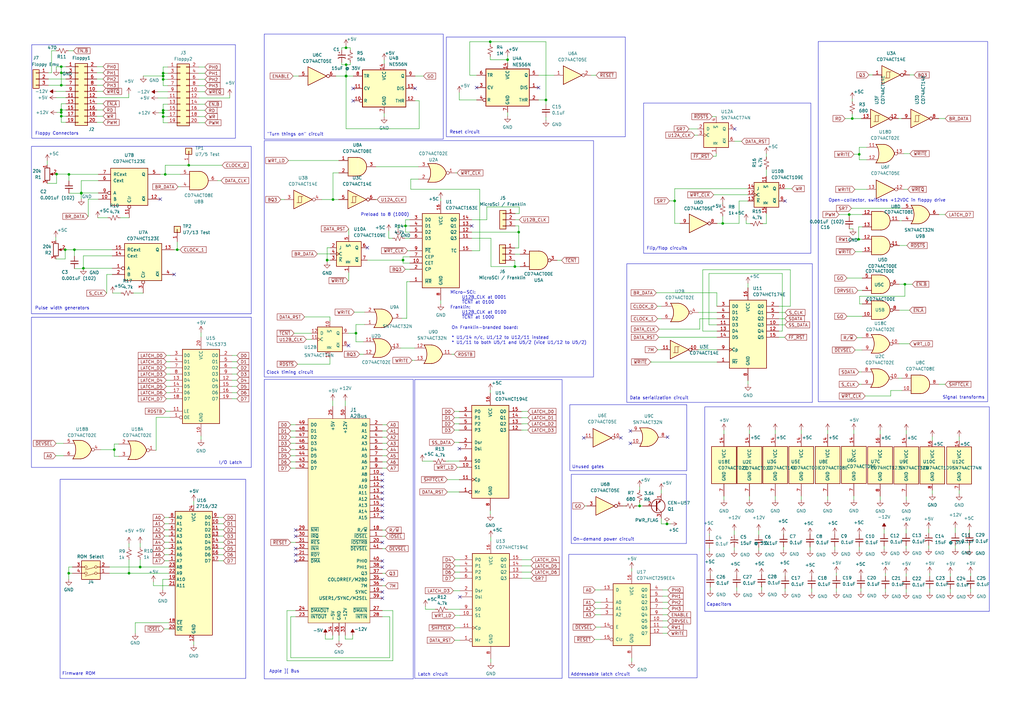
<source format=kicad_sch>
(kicad_sch (version 20230121) (generator eeschema)

  (uuid 56eaaa0c-e1fe-4237-9a20-09a5d3261c04)

  (paper "A3")

  (title_block
    (title "Micro-SCI Floppy Drive Controller")
    (date "2023-07-17")
    (rev "v0.2")
    (company "RyuCats")
  )

  

  (junction (at 352.3996 63.2968) (diameter 0) (color 0 0 0 0)
    (uuid 0eb7f77a-1691-46a5-beb9-708ba98faadf)
  )
  (junction (at 141.9606 31.1912) (diameter 0) (color 0 0 0 0)
    (uuid 13592c1d-8d3a-4a77-9349-f40d5d958c1c)
  )
  (junction (at 25.1206 45.1104) (diameter 0) (color 0 0 0 0)
    (uuid 18c93022-e57b-4373-b94d-0b8237ade644)
  )
  (junction (at 25.146 34.9504) (diameter 0) (color 0 0 0 0)
    (uuid 211503ae-f2aa-4c35-adea-041e8c87a17f)
  )
  (junction (at 57.4802 232.5624) (diameter 0) (color 0 0 0 0)
    (uuid 227877cb-8d6b-42dd-9f7a-f23170c0b15d)
  )
  (junction (at 66.9036 46.2788) (diameter 0) (color 0 0 0 0)
    (uuid 227ba67b-bd2a-403b-9cca-ece13dfc9a29)
  )
  (junction (at 349.5548 48.6156) (diameter 0) (color 0 0 0 0)
    (uuid 22d6e3b8-95bd-43ec-9b4a-155fdcc0cc26)
  )
  (junction (at 262.3312 207.518) (diameter 0) (color 0 0 0 0)
    (uuid 23e17ec8-9479-4c85-9262-9a7a693e4f16)
  )
  (junction (at 66.9036 32.5628) (diameter 0) (color 0 0 0 0)
    (uuid 2668cc68-5cd8-4256-8d5f-46a4b9c3d00f)
  )
  (junction (at 23.1902 71.3994) (diameter 0) (color 0 0 0 0)
    (uuid 29ede8ec-7163-4f64-b12a-891361f6d83e)
  )
  (junction (at 141.9352 31.1912) (diameter 0) (color 0 0 0 0)
    (uuid 2ad1150c-6a6d-4f48-80de-136a5933bf00)
  )
  (junction (at 66.9036 45.2628) (diameter 0) (color 0 0 0 0)
    (uuid 3676ef53-63ee-4f61-b495-9fda43b885aa)
  )
  (junction (at 52.9082 235.1024) (diameter 0) (color 0 0 0 0)
    (uuid 4047e49c-241f-4070-8ebb-d2175194a5a3)
  )
  (junction (at 66.9036 47.8028) (diameter 0) (color 0 0 0 0)
    (uuid 48719128-be50-41b3-839a-ab256d4cf8cc)
  )
  (junction (at 67.7672 71.5264) (diameter 0) (color 0 0 0 0)
    (uuid 5003d7e0-03d4-4a97-9867-30b08d65563e)
  )
  (junction (at 208.1784 24.4856) (diameter 0) (color 0 0 0 0)
    (uuid 52c27fbd-9fc4-4e48-90e6-38e3a0d82b5d)
  )
  (junction (at 77.4192 67.7672) (diameter 0) (color 0 0 0 0)
    (uuid 531f59de-cffa-4898-944c-2df625fa4f9d)
  )
  (junction (at 371.1448 116.586) (diameter 0) (color 0 0 0 0)
    (uuid 5481632d-fd31-48d1-9241-3db81d2839df)
  )
  (junction (at 25.1206 27.3304) (diameter 0) (color 0 0 0 0)
    (uuid 5d1b5a30-0c21-467f-bb99-7ab778f56606)
  )
  (junction (at 166.3192 92.6592) (diameter 0) (color 0 0 0 0)
    (uuid 62ec17b1-65c1-4c8e-8373-71d96a4abc8f)
  )
  (junction (at 201.0664 17.1196) (diameter 0) (color 0 0 0 0)
    (uuid 68ac5519-04af-4e05-a4cf-db1e10ee5e75)
  )
  (junction (at 212.7504 95.1992) (diameter 0) (color 0 0 0 0)
    (uuid 76f27323-c1b6-4a00-a4f9-70e5b2fc6f64)
  )
  (junction (at 296.418 91.6432) (diameter 0) (color 0 0 0 0)
    (uuid 79353c67-35db-4fb8-abb6-9245fc42cbe6)
  )
  (junction (at 72.6948 102.4128) (diameter 0) (color 0 0 0 0)
    (uuid 7ce3703f-729a-4203-950c-652f669b6459)
  )
  (junction (at 26.7208 102.4128) (diameter 0) (color 0 0 0 0)
    (uuid 8333f7e2-3100-475c-84ac-bd4fd90e46a2)
  )
  (junction (at 141.9098 19.6088) (diameter 0) (color 0 0 0 0)
    (uuid 85293332-46cf-469f-9f14-444ea1474be8)
  )
  (junction (at 145.9992 136.652) (diameter 0) (color 0 0 0 0)
    (uuid 8a6f51da-dbd5-4499-9d4d-062cfa0c7452)
  )
  (junction (at 165.3032 106.68) (diameter 0) (color 0 0 0 0)
    (uuid 977745df-e2a3-4c8b-8cd8-4034ea36c9c3)
  )
  (junction (at 66.9036 30.0228) (diameter 0) (color 0 0 0 0)
    (uuid 9b875f30-8f9b-4b5b-b27e-88f17676d28e)
  )
  (junction (at 33.3502 79.1464) (diameter 0) (color 0 0 0 0)
    (uuid 9f9bb35f-05c9-4917-bf0a-74edb9b5decb)
  )
  (junction (at 352.1456 98.1456) (diameter 0) (color 0 0 0 0)
    (uuid ad2be07c-8a30-4aa7-a902-e507f61e2d74)
  )
  (junction (at 28.2702 71.5264) (diameter 0) (color 0 0 0 0)
    (uuid ad8a0025-e6c4-4a4a-96d1-a3bb46b52a4d)
  )
  (junction (at 134.1628 106.68) (diameter 0) (color 0 0 0 0)
    (uuid ae179397-46b0-4a33-ac43-4aafafbfe5b9)
  )
  (junction (at 273.558 214.884) (diameter 0) (color 0 0 0 0)
    (uuid b0f8be71-f714-4244-b97f-54dbc83dae95)
  )
  (junction (at 28.194 235.1024) (diameter 0) (color 0 0 0 0)
    (uuid b1859a5c-1e6b-49d8-81c4-6f093d35efed)
  )
  (junction (at 276.7076 82.3976) (diameter 0) (color 0 0 0 0)
    (uuid b4a3bb6a-530b-4020-a7aa-af7ad092ce73)
  )
  (junction (at 34.2138 110.0328) (diameter 0) (color 0 0 0 0)
    (uuid b56295da-b4a2-4945-9c4d-f118b61e7a62)
  )
  (junction (at 141.9606 26.5176) (diameter 0) (color 0 0 0 0)
    (uuid b69758b6-d427-4d1f-9770-f7c02da649a6)
  )
  (junction (at 25.1206 46.1264) (diameter 0) (color 0 0 0 0)
    (uuid bdee1f10-adda-41b5-867a-2a788a207ef0)
  )
  (junction (at 46.8884 184.404) (diameter 0) (color 0 0 0 0)
    (uuid c4f9e4e2-930d-4690-8724-998bb53a0423)
  )
  (junction (at 348.2848 87.9856) (diameter 0) (color 0 0 0 0)
    (uuid c6e410d8-fbfc-44b4-bcd8-be6e4755ff5a)
  )
  (junction (at 25.1206 47.6504) (diameter 0) (color 0 0 0 0)
    (uuid c9d6f061-d3e0-49e1-a019-a5b95a82d873)
  )
  (junction (at 25.146 29.8704) (diameter 0) (color 0 0 0 0)
    (uuid cd88283d-ece9-4853-85d7-ae3527962132)
  )
  (junction (at 211.1756 109.3216) (diameter 0) (color 0 0 0 0)
    (uuid e4552e4c-cca1-4eb3-a435-a3bdac03e800)
  )
  (junction (at 136.5758 81.8388) (diameter 0) (color 0 0 0 0)
    (uuid ed67b67e-a426-4e33-b6fc-58e6ea6d54f9)
  )
  (junction (at 30.5308 102.4128) (diameter 0) (color 0 0 0 0)
    (uuid f08fc34c-75fd-4391-ab9e-36ec8f420cd0)
  )
  (junction (at 33.3502 79.2734) (diameter 0) (color 0 0 0 0)
    (uuid f2487e48-6677-414e-8fde-0accde918ba7)
  )
  (junction (at 223.9264 40.9956) (diameter 0) (color 0 0 0 0)
    (uuid f58bedbe-f86d-4c34-b2d0-1df5e8ec9b59)
  )
  (junction (at 66.9036 31.1658) (diameter 0) (color 0 0 0 0)
    (uuid fd8434a6-ac94-4e1e-834a-b713ca90d0b1)
  )

  (no_connect (at 121.2596 219.9386) (uuid 00079c83-a711-4f95-8171-4707c1ffe4f2))
  (no_connect (at 188.4172 184.023) (uuid 0023254e-99a6-4e38-9aea-036adb434f94))
  (no_connect (at 254.6604 179.578) (uuid 09946f3d-95c5-4e83-bdee-666ac37263df))
  (no_connect (at 220.8784 35.9156) (uuid 0b4616bb-b68c-4768-b13c-bb3ab37b1241))
  (no_connect (at 156.8196 242.7986) (uuid 11d10470-6e67-4a4b-a7d4-b72ef4a9d1ca))
  (no_connect (at 142.9512 141.732) (uuid 2152bf48-a03d-4428-a1b1-5d9930c6322c))
  (no_connect (at 321.9704 82.4484) (uuid 2357aadf-b5b6-4a47-84a0-ec9270bf8db0))
  (no_connect (at 156.8196 202.1586) (uuid 2dd1b146-5821-42d2-b7b7-652f3d37495f))
  (no_connect (at 156.8196 232.6386) (uuid 3885ffd3-fd3b-4dba-b4f6-fb833d8d535c))
  (no_connect (at 121.2596 227.5586) (uuid 3bb3b145-9e54-4d85-a684-3f371eba77c4))
  (no_connect (at 121.2596 230.0986) (uuid 40c3baa7-d5b0-4c7e-89ad-714f7d1d467f))
  (no_connect (at 71.4248 112.5728) (uuid 46481c9d-3219-495e-99d8-4db677316f31))
  (no_connect (at 144.8562 41.3512) (uuid 4e90335f-0b5c-44b6-954e-50c9221d83fb))
  (no_connect (at 258.5466 181.8386) (uuid 55a97291-90c8-48d1-b85b-42536268fe43))
  (no_connect (at 156.8196 197.0786) (uuid 5a352595-70d1-4dc3-83fe-9cc43b2ea3b8))
  (no_connect (at 121.2596 217.3986) (uuid 5c47f2df-94cd-4506-8fb8-5fba0f3f15d4))
  (no_connect (at 301.3456 52.8828) (uuid 67e50e74-ce51-41c4-8715-55e602ab574f))
  (no_connect (at 156.8196 222.4786) (uuid 730a19e5-44b6-4b85-b39d-3319b8b30c0e))
  (no_connect (at 156.8196 209.7786) (uuid 745f3071-b71a-4126-8cfe-b28100f2c83d))
  (no_connect (at 150.6728 101.6) (uuid 7f69b8a6-fd8d-4ebf-9fac-fb9372e95fdf))
  (no_connect (at 156.8196 237.7186) (uuid 83fd2193-17e5-4a27-adca-61ac1df8125e))
  (no_connect (at 273.7866 179.2986) (uuid 878414e4-e89b-4b62-b96a-3a45817a5ccd))
  (no_connect (at 170.2562 36.2712) (uuid 8f8dedf8-ce30-4ef7-94e6-bf4dd6dfbe7d))
  (no_connect (at 156.8196 245.3386) (uuid 956a391a-da2c-4d12-905e-127887b4e204))
  (no_connect (at 121.2596 225.0186) (uuid af4080e4-3e4a-42fa-a388-9422b5495276))
  (no_connect (at 258.5466 176.7586) (uuid b084c7d8-103e-4844-afc5-634992033d4b))
  (no_connect (at 195.4784 35.9156) (uuid bb9f08b1-817c-4157-86a8-001ebeb5682d))
  (no_connect (at 156.8196 194.5386) (uuid bd9d7e14-21b3-4dcd-9f41-a79fe09ce87e))
  (no_connect (at 193.4972 92.6592) (uuid c0166046-6244-47a5-9534-d1f90d7e129b))
  (no_connect (at 156.8196 199.6186) (uuid c06ada5e-2a3b-4df5-9a4d-1d7db4b05dca))
  (no_connect (at 156.8196 207.2386) (uuid cfd67672-d5af-4a82-ac5e-032c54d5ca3f))
  (no_connect (at 239.4204 179.578) (uuid d9ee195d-667c-46b5-8c90-2d715e6afbee))
  (no_connect (at 156.8196 212.3186) (uuid dad0e8de-846b-4927-a07b-a135ef708439))
  (no_connect (at 156.8196 230.0986) (uuid e84d737c-cffc-4102-ae0c-16e7870ea92c))
  (no_connect (at 144.8562 36.2712) (uuid e85963b0-aca1-4e88-8dcc-ea6a2b30aa16))
  (no_connect (at 188.6204 244.8052) (uuid f56a3247-35bc-4734-a52e-0c4d8a7dd57a))
  (no_connect (at 156.8196 204.6986) (uuid f83a257c-1ff9-4bb7-ae91-0221c4808d11))
  (no_connect (at 65.7352 81.6864) (uuid fbba59ff-199c-431d-9558-e8c866b5ce8c))

  (wire (pts (xy 199.6948 84.8868) (xy 199.6948 90.1192))
    (stroke (width 0) (type default))
    (uuid 00574d2a-adbb-461e-bfab-c3030d96eb4f)
  )
  (wire (pts (xy 44.9072 232.5624) (xy 57.4802 232.5624))
    (stroke (width 0) (type default))
    (uuid 0069cff1-7758-4892-937b-381c82fabe50)
  )
  (wire (pts (xy 214.0204 229.5652) (xy 217.8304 229.5652))
    (stroke (width 0) (type default))
    (uuid 007e0ebe-d85a-4638-af77-d1a23acf3dd8)
  )
  (wire (pts (xy 193.4972 102.8192) (xy 196.7484 102.8192))
    (stroke (width 0) (type default))
    (uuid 00886f5c-4976-4610-9ff6-c8245aa5e3db)
  )
  (wire (pts (xy 270.1544 138.3284) (xy 294.0812 138.3284))
    (stroke (width 0) (type default))
    (uuid 00f4b3b9-78f1-4610-b5e0-84f3d25adcc5)
  )
  (wire (pts (xy 188.3664 196.723) (xy 188.3664 196.6976))
    (stroke (width 0) (type default))
    (uuid 0109a42f-4b31-4ebe-876a-96b722593589)
  )
  (wire (pts (xy 171.9072 52.7812) (xy 171.9072 41.3512))
    (stroke (width 0) (type default))
    (uuid 01e83326-4e98-4d5f-82ec-8f0b7bea881a)
  )
  (wire (pts (xy 343.0524 241.2492) (xy 343.0524 242.7224))
    (stroke (width 0) (type default))
    (uuid 01f3822c-4244-4116-8ef1-0e8cbe65c471)
  )
  (wire (pts (xy 28.0924 20.828) (xy 30.1752 20.828))
    (stroke (width 0) (type default))
    (uuid 03301470-88bc-4f38-b6b6-ca7d042bb234)
  )
  (wire (pts (xy 25.146 29.8704) (xy 27.0256 29.8704))
    (stroke (width 0) (type default))
    (uuid 03443bb4-edca-49b6-a718-c6bad3c38dd0)
  )
  (wire (pts (xy 271.78 259.7404) (xy 273.7612 259.7404))
    (stroke (width 0) (type default))
    (uuid 039917d2-99a2-4522-8665-986db18d8e31)
  )
  (wire (pts (xy 328.6252 176.403) (xy 328.6252 178.054))
    (stroke (width 0) (type default))
    (uuid 040dbea4-9977-4a31-9393-13ea60b16445)
  )
  (wire (pts (xy 89.6112 219.8624) (xy 91.6432 219.8624))
    (stroke (width 0) (type default))
    (uuid 04752ae3-bfc2-458d-bdc8-afea6c7649ee)
  )
  (wire (pts (xy 314.3504 91.694) (xy 312.8264 91.694))
    (stroke (width 0) (type default))
    (uuid 04a6efa1-aa9e-4645-bd05-c8e4cdf162a6)
  )
  (wire (pts (xy 165.3032 105.3592) (xy 165.3032 106.68))
    (stroke (width 0) (type default))
    (uuid 04c4f103-cb52-4f78-8869-ddd422c5923e)
  )
  (wire (pts (xy 306.7812 156.1084) (xy 306.7812 157.6324))
    (stroke (width 0) (type default))
    (uuid 05420eaf-24bd-4d1e-99bf-3be6ddd68c66)
  )
  (wire (pts (xy 292.0746 47.8028) (xy 293.7256 47.8028))
    (stroke (width 0) (type default))
    (uuid 05c4193c-faca-4502-a4be-7633bebf234d)
  )
  (wire (pts (xy 271.78 254.6604) (xy 273.812 254.6604))
    (stroke (width 0) (type default))
    (uuid 05fc5cc0-bb44-4350-a781-560e0e3b4c4c)
  )
  (wire (pts (xy 117.7036 250.4186) (xy 117.7036 270.9926))
    (stroke (width 0) (type default))
    (uuid 06181ce3-b06b-4529-8cce-dd2810672270)
  )
  (wire (pts (xy 349.5548 46.6852) (xy 349.5548 48.6156))
    (stroke (width 0) (type default))
    (uuid 06218eff-932a-4ad7-ab6b-b89dec2588f6)
  )
  (wire (pts (xy 69.2912 224.9424) (xy 67.5132 224.9424))
    (stroke (width 0) (type default))
    (uuid 064b29a8-f9a3-4267-b587-373d5046518a)
  )
  (wire (pts (xy 214.376 176.3776) (xy 216.4842 176.3776))
    (stroke (width 0) (type default))
    (uuid 0656086a-1f5b-495e-8615-b7c40f0badad)
  )
  (wire (pts (xy 65.7352 71.5264) (xy 67.7672 71.5264))
    (stroke (width 0) (type default))
    (uuid 0658e204-d1d7-4688-850d-e45c9a506c98)
  )
  (wire (pts (xy 170.2562 31.1912) (xy 173.7106 31.1912))
    (stroke (width 0) (type default))
    (uuid 067721b1-e889-468c-8cef-c43830664980)
  )
  (wire (pts (xy 188.2648 168.7576) (xy 186.3852 168.7576))
    (stroke (width 0) (type default))
    (uuid 0754172d-7b54-485f-b2c6-89de78d13fc8)
  )
  (wire (pts (xy 363.1692 235.1024) (xy 363.1692 236.3216))
    (stroke (width 0) (type default))
    (uuid 07ce118a-36c3-4925-b88e-d82dc01ee467)
  )
  (wire (pts (xy 180.7972 81.4832) (xy 180.7972 82.4992))
    (stroke (width 0) (type default))
    (uuid 09aa1bf2-8a17-4f34-8d88-8b81ad5c5abb)
  )
  (wire (pts (xy 39.7256 45.1104) (xy 42.2656 45.1104))
    (stroke (width 0) (type default))
    (uuid 09c87717-7ef4-45f4-b64d-0750365e4a24)
  )
  (wire (pts (xy 68.2244 148.336) (xy 69.7484 148.336))
    (stroke (width 0) (type default))
    (uuid 0a0b1b1c-92a4-478c-aa5b-ee031bba2f03)
  )
  (wire (pts (xy 52.9082 235.1024) (xy 69.2912 235.1024))
    (stroke (width 0) (type default))
    (uuid 0b2ece80-3483-4240-b6c8-87d84edcd6a8)
  )
  (wire (pts (xy 68.2244 150.876) (xy 69.7484 150.876))
    (stroke (width 0) (type default))
    (uuid 0b68a056-85b6-48d1-a2cc-038c8a65659f)
  )
  (wire (pts (xy 66.7512 241.9096) (xy 66.7512 237.6424))
    (stroke (width 0) (type default))
    (uuid 0c0c9414-8569-47d0-9bbd-a5c6f7990176)
  )
  (wire (pts (xy 124.9172 129.9972) (xy 135.3312 129.9972))
    (stroke (width 0) (type default))
    (uuid 0c245cbd-de2b-42e4-ad95-41f85b657bc9)
  )
  (wire (pts (xy 352.3996 65.532) (xy 355.4476 65.532))
    (stroke (width 0) (type default))
    (uuid 0c490525-8dc8-42cf-8f5d-14c1f973c5bc)
  )
  (wire (pts (xy 269.6972 130.7084) (xy 271.2212 130.7084))
    (stroke (width 0) (type default))
    (uuid 0d5c8966-853d-4aee-89ff-753b20ea3fd6)
  )
  (wire (pts (xy 25.1206 45.1104) (xy 27.0256 45.1104))
    (stroke (width 0) (type default))
    (uuid 0d838062-46de-45e9-bfdd-65e77dd8aee8)
  )
  (wire (pts (xy 19.8628 29.8704) (xy 21.1328 29.8704))
    (stroke (width 0) (type default))
    (uuid 0de6ee5b-f0fe-43fd-bcfd-7b0a164bb68c)
  )
  (wire (pts (xy 67.9704 168.656) (xy 69.7484 168.656))
    (stroke (width 0) (type default))
    (uuid 0e12576a-5d20-430c-b87b-bc4facb73712)
  )
  (wire (pts (xy 350.2152 63.2968) (xy 352.3996 63.2968))
    (stroke (width 0) (type default))
    (uuid 0e4c835e-1a72-4fc8-beef-fd110906edea)
  )
  (wire (pts (xy 214.0204 232.1052) (xy 217.8304 232.1052))
    (stroke (width 0) (type default))
    (uuid 0f094e4b-acc5-4d61-81bb-2d09930a28bd)
  )
  (wire (pts (xy 262.3312 199.644) (xy 262.3312 201.041))
    (stroke (width 0) (type default))
    (uuid 10252dee-e0c1-46aa-b100-90f76de019ec)
  )
  (wire (pts (xy 159.8676 269.7226) (xy 159.8676 252.9586))
    (stroke (width 0) (type default))
    (uuid 103875b5-8d01-45bb-9766-b4bffd2a91ed)
  )
  (wire (pts (xy 171.6024 73.4568) (xy 168.5036 73.4568))
    (stroke (width 0) (type default))
    (uuid 1238dca2-75ce-456c-9355-6d2139e5e0aa)
  )
  (wire (pts (xy 269.5702 125.6284) (xy 271.2212 125.6284))
    (stroke (width 0) (type default))
    (uuid 124b9756-7dbf-43a0-80e7-a46f9a2b36c9)
  )
  (wire (pts (xy 214.376 176.403) (xy 214.376 176.3776))
    (stroke (width 0) (type default))
    (uuid 125e7f04-30f0-4f88-af7b-caf18148782b)
  )
  (wire (pts (xy 319.4812 125.6284) (xy 324.1802 125.6284))
    (stroke (width 0) (type default))
    (uuid 1356113a-513f-4af7-ba9a-3e0eb779f180)
  )
  (wire (pts (xy 397.6116 223.6724) (xy 397.6116 225.1456))
    (stroke (width 0) (type default))
    (uuid 1391e7ee-70c8-4a50-8385-11f6a7f1abba)
  )
  (wire (pts (xy 244.348 257.2004) (xy 246.38 257.2004))
    (stroke (width 0) (type default))
    (uuid 13a98e74-3895-4860-ace8-42264bd188ca)
  )
  (wire (pts (xy 58.7756 31.1658) (xy 66.9036 31.1658))
    (stroke (width 0) (type default))
    (uuid 141295d1-b5fc-4f78-b6c6-4a5775b63835)
  )
  (wire (pts (xy 188.1124 176.403) (xy 188.1124 176.3776))
    (stroke (width 0) (type default))
    (uuid 14237b2d-35e0-4923-9a7b-d65817700424)
  )
  (wire (pts (xy 188.3664 196.6976) (xy 183.4642 196.6976))
    (stroke (width 0) (type default))
    (uuid 1568cca2-d9ad-41d0-b548-de2df5e16612)
  )
  (wire (pts (xy 368.8588 116.586) (xy 371.1448 116.586))
    (stroke (width 0) (type default))
    (uuid 15776cd5-5e30-4bf6-9cc4-824c5705194c)
  )
  (wire (pts (xy 72.6948 102.4128) (xy 73.8378 102.4128))
    (stroke (width 0) (type default))
    (uuid 161eeac9-3140-408f-bf18-bad1c281881f)
  )
  (wire (pts (xy 157.5562 46.4312) (xy 157.5562 47.9552))
    (stroke (width 0) (type default))
    (uuid 16728753-ca6c-4fe7-8178-d0982b6b4f17)
  )
  (wire (pts (xy 360.9848 203.5556) (xy 360.9848 205.0796))
    (stroke (width 0) (type default))
    (uuid 16755ab3-9878-498d-b781-70eb0a8321ce)
  )
  (wire (pts (xy 136.5758 70.9168) (xy 136.5758 81.8388))
    (stroke (width 0) (type default))
    (uuid 1675ca04-4c5f-4b67-bb62-04a02e0c8b69)
  )
  (wire (pts (xy 156.8196 179.2986) (xy 158.5976 179.2986))
    (stroke (width 0) (type default))
    (uuid 169e61eb-96e8-4c61-89f0-5030d1e7f392)
  )
  (wire (pts (xy 201.3712 109.3216) (xy 201.3712 97.7392))
    (stroke (width 0) (type default))
    (uuid 17d991fb-7651-4a3d-90b7-989e67fb6932)
  )
  (wire (pts (xy 311.1754 217.6272) (xy 311.1754 219.4052))
    (stroke (width 0) (type default))
    (uuid 1901c3db-6846-4baf-a944-eb37755bbafa)
  )
  (wire (pts (xy 286.4612 128.1684) (xy 294.0812 128.1684))
    (stroke (width 0) (type default))
    (uuid 1a8f27f6-8e7c-4479-9c29-473839a5673e)
  )
  (wire (pts (xy 140.1826 19.6088) (xy 141.9098 19.6088))
    (stroke (width 0) (type default))
    (uuid 1a9949f8-d6e1-44c2-8abb-f0e22252bdef)
  )
  (wire (pts (xy 193.4972 97.7392) (xy 201.3712 97.7392))
    (stroke (width 0) (type default))
    (uuid 1aa04cfe-8dfe-4531-80f7-9c39f6757763)
  )
  (wire (pts (xy 121.2596 186.9186) (xy 119.2276 186.9186))
    (stroke (width 0) (type default))
    (uuid 1af49ea9-2385-422c-915b-da380d233ae8)
  )
  (wire (pts (xy 344.1192 87.9856) (xy 348.2848 87.9856))
    (stroke (width 0) (type default))
    (uuid 1bdb14cd-6438-42dc-b5eb-9f1b82ac6ee8)
  )
  (wire (pts (xy 211.1756 104.2416) (xy 213.3092 104.2416))
    (stroke (width 0) (type default))
    (uuid 1bf36dd4-f692-415d-b903-22a2d1f06abb)
  )
  (wire (pts (xy 25.1206 47.6504) (xy 25.1206 50.1904))
    (stroke (width 0) (type default))
    (uuid 1c354fa8-4163-40d2-8ab9-1e82d13a25c0)
  )
  (wire (pts (xy 21.1328 29.8704) (xy 21.1328 20.828))
    (stroke (width 0) (type default))
    (uuid 1c36997d-9be1-425d-b852-4553a0d143f9)
  )
  (wire (pts (xy 353.1108 241.2746) (xy 353.1108 242.57))
    (stroke (width 0) (type default))
    (uuid 1db73742-0af7-468d-8275-4f48b9889d17)
  )
  (wire (pts (xy 271.78 247.0404) (xy 273.939 247.0404))
    (stroke (width 0) (type default))
    (uuid 1df8e6c8-70be-4d44-9611-4958c61c9713)
  )
  (wire (pts (xy 69.2912 230.0224) (xy 67.5132 230.0224))
    (stroke (width 0) (type default))
    (uuid 1e42d8a7-e536-4d54-af0a-127f1462310f)
  )
  (wire (pts (xy 82.4484 178.816) (xy 82.4484 180.34))
    (stroke (width 0) (type default))
    (uuid 20d9c6c4-736f-4ad1-a5ed-f7de55b7f1d5)
  )
  (wire (pts (xy 208.1784 22.9616) (xy 208.1784 24.4856))
    (stroke (width 0) (type default))
    (uuid 213f6e22-e8c8-4492-a379-2322f30f3125)
  )
  (wire (pts (xy 90.678 74.0664) (xy 89.2048 74.0664))
    (stroke (width 0) (type default))
    (uuid 22081a94-28e3-4eac-a972-1e55a9b4b799)
  )
  (wire (pts (xy 302.2092 241.173) (xy 302.2092 242.3668))
    (stroke (width 0) (type default))
    (uuid 2208e5e4-3b49-4ffb-943b-72a998dbdc13)
  )
  (wire (pts (xy 332.9178 241.6302) (xy 332.9178 242.824))
    (stroke (width 0) (type default))
    (uuid 221ec62f-e07d-4cf7-8f6c-ee89f303129b)
  )
  (wire (pts (xy 186.5884 257.5052) (xy 188.6204 257.5052))
    (stroke (width 0) (type default))
    (uuid 22f92fd4-22c2-49c2-b68f-c98d01d59bb6)
  )
  (wire (pts (xy 133.4516 260.5786) (xy 133.4516 262.1026))
    (stroke (width 0) (type default))
    (uuid 234e4088-7b74-4b83-ac7a-d26a332b7728)
  )
  (wire (pts (xy 68.8086 42.7228) (xy 66.9036 42.7228))
    (stroke (width 0) (type default))
    (uuid 23a385f6-c567-4c32-b440-5de537d5d224)
  )
  (wire (pts (xy 25.1206 42.5704) (xy 25.1206 45.1104))
    (stroke (width 0) (type default))
    (uuid 24b5e0b4-6844-4584-9cc5-77dfd19e9a39)
  )
  (wire (pts (xy 165.3032 105.3592) (xy 168.0972 105.3592))
    (stroke (width 0) (type default))
    (uuid 252e28f1-2826-4f6b-b5a9-8bf0780e68d6)
  )
  (wire (pts (xy 266.9032 148.4376) (xy 267.0556 148.4376))
    (stroke (width 0) (type default))
    (uuid 260647dc-5c22-4300-8f41-c2a808039a1b)
  )
  (wire (pts (xy 244.094 252.1204) (xy 246.38 252.1204))
    (stroke (width 0) (type default))
    (uuid 26970cac-8593-4f8a-9df6-0c3172c51261)
  )
  (wire (pts (xy 188.1632 173.8376) (xy 186.3852 173.8376))
    (stroke (width 0) (type default))
    (uuid 26ddf6b2-550e-415c-8c7d-c6d7c0d5e523)
  )
  (wire (pts (xy 393.3952 179.0954) (xy 393.3952 180.7464))
    (stroke (width 0) (type default))
    (uuid 26e2c626-2054-4bf2-bc0f-17f2cb652a87)
  )
  (wire (pts (xy 350.8248 103.2256) (xy 353.6696 103.2256))
    (stroke (width 0) (type default))
    (uuid 27099863-8b7e-4f4e-9483-231766d037e6)
  )
  (wire (pts (xy 324.1802 110.6424) (xy 288.2392 110.6424))
    (stroke (width 0) (type default))
    (uuid 27b956ed-c09f-4b92-adbb-7df9d3bcc521)
  )
  (wire (pts (xy 188.214 171.2976) (xy 186.3852 171.2976))
    (stroke (width 0) (type default))
    (uuid 28d12758-ff2d-4dc4-9737-1eb7e05cd3dd)
  )
  (wire (pts (xy 142.9512 136.652) (xy 145.9992 136.652))
    (stroke (width 0) (type default))
    (uuid 291d89ff-3591-491a-bea1-d06156d7740c)
  )
  (wire (pts (xy 349.5548 48.6156) (xy 346.6084 48.6156))
    (stroke (width 0) (type default))
    (uuid 29968094-cb34-409f-889a-ef790877f393)
  )
  (wire (pts (xy 135.4328 101.6) (xy 134.1628 101.6))
    (stroke (width 0) (type default))
    (uuid 2acb5921-7af8-4f3f-ad29-3f90022b3486)
  )
  (wire (pts (xy 121.2596 222.4786) (xy 119.2276 222.4786))
    (stroke (width 0) (type default))
    (uuid 2b000f12-7837-4dbb-9b1f-5fedbdeacacc)
  )
  (wire (pts (xy 141.5796 262.1026) (xy 144.6276 262.1026))
    (stroke (width 0) (type default))
    (uuid 2b3e8503-775e-4be7-b759-0f65b7dd6fb9)
  )
  (wire (pts (xy 25.1206 27.3304) (xy 25.1206 29.8704))
    (stroke (width 0) (type default))
    (uuid 2b4e42f4-9ea0-4e13-a982-864d96afe2bd)
  )
  (wire (pts (xy 174.498 249.8852) (xy 178.562 249.8852))
    (stroke (width 0) (type default))
    (uuid 2b771cda-6ef1-4228-a7b9-606d6089e450)
  )
  (wire (pts (xy 69.2912 214.7824) (xy 67.5132 214.7824))
    (stroke (width 0) (type default))
    (uuid 2b922a83-3308-4215-9822-51cefc25e060)
  )
  (wire (pts (xy 192.6844 30.8356) (xy 192.6844 17.1196))
    (stroke (width 0) (type default))
    (uuid 2bbb70e5-c86d-4125-b3fd-383eda8a636a)
  )
  (wire (pts (xy 145.9992 136.652) (xy 145.9992 140.208))
    (stroke (width 0) (type default))
    (uuid 2bd0af92-7508-40d7-8137-150efcf06ce9)
  )
  (wire (pts (xy 141.9352 31.1912) (xy 141.9352 52.7812))
    (stroke (width 0) (type default))
    (uuid 2c505973-1eb3-4942-becd-c975203b9252)
  )
  (wire (pts (xy 259.08 269.9004) (xy 259.08 271.4244))
    (stroke (width 0) (type default))
    (uuid 2ced7b97-65c3-40c2-855f-899ba28847a9)
  )
  (wire (pts (xy 312.3438 240.7666) (xy 312.3438 240.6142))
    (stroke (width 0) (type default))
    (uuid 2eedb8ed-394a-4abd-b8c0-640c2b1adc79)
  )
  (wire (pts (xy 356.362 30.734) (xy 357.886 30.734))
    (stroke (width 0) (type default))
    (uuid 2f68bce5-d72c-4897-b6ff-95016d192940)
  )
  (wire (pts (xy 121.2596 184.3786) (xy 119.2276 184.3786))
    (stroke (width 0) (type default))
    (uuid 319b669a-6a92-4893-9b98-c408df234816)
  )
  (wire (pts (xy 79.4512 263.0424) (xy 79.4512 264.4394))
    (stroke (width 0) (type default))
    (uuid 33099e0a-fa78-4987-9d6f-e97f8bb30e04)
  )
  (wire (pts (xy 213.8172 176.403) (xy 214.376 176.403))
    (stroke (width 0) (type default))
    (uuid 330eb766-294c-41b5-8dbc-b9623757c888)
  )
  (wire (pts (xy 81.5086 35.1028) (xy 84.0486 35.1028))
    (stroke (width 0) (type default))
    (uuid 3321ca68-360f-43c2-96b3-e6b31e08b312)
  )
  (wire (pts (xy 39.7256 37.4904) (xy 42.2656 37.4904))
    (stroke (width 0) (type default))
    (uuid 33859ce5-cded-4922-abe0-c4afb5f18990)
  )
  (wire (pts (xy 145.9992 133.096) (xy 145.9992 136.652))
    (stroke (width 0) (type default))
    (uuid 33ca31fa-84e2-422e-88f1-847a5a145573)
  )
  (wire (pts (xy 244.094 249.5804) (xy 246.38 249.5804))
    (stroke (width 0) (type default))
    (uuid 33fcac58-8184-4d20-a1c4-284cdd66749e)
  )
  (wire (pts (xy 25.1206 29.8704) (xy 25.146 29.8704))
    (stroke (width 0) (type default))
    (uuid 3417a8d8-27e7-4017-8c55-1a7645d76a1d)
  )
  (wire (pts (xy 64.7446 40.1828) (xy 68.8086 40.1828))
    (stroke (width 0) (type default))
    (uuid 348e1eab-d2c1-4b17-9096-fe568a6ea495)
  )
  (wire (pts (xy 271.78 244.5004) (xy 273.939 244.5004))
    (stroke (width 0) (type default))
    (uuid 34d43017-421d-4833-8ffd-032b2cb1a4d5)
  )
  (wire (pts (xy 33.3502 74.0664) (xy 33.3502 79.1464))
    (stroke (width 0) (type default))
    (uuid 3579f635-6354-42f8-a75c-3f1c4ddbabe0)
  )
  (wire (pts (xy 28.194 235.1024) (xy 29.6672 235.1024))
    (stroke (width 0) (type default))
    (uuid 35b32b23-24e6-4df4-9409-7e5e986bd414)
  )
  (wire (pts (xy 267.0556 148.4884) (xy 294.0812 148.4884))
    (stroke (width 0) (type default))
    (uuid 366e3e3b-16b9-4813-8093-b0a030f46916)
  )
  (wire (pts (xy 46.8884 187.198) (xy 48.6664 187.198))
    (stroke (width 0) (type default))
    (uuid 36dabc5e-7da5-44d2-9a3b-0b41b99f0479)
  )
  (wire (pts (xy 95.1484 161.036) (xy 97.1804 161.036))
    (stroke (width 0) (type default))
    (uuid 37a63329-bc53-4bc9-a3a4-1ec82f83cda1)
  )
  (wire (pts (xy 95.1484 148.336) (xy 97.1804 148.336))
    (stroke (width 0) (type default))
    (uuid 37f4e18f-a43e-4eb6-81b1-ce9b6990c4bc)
  )
  (wire (pts (xy 166.9288 115.5192) (xy 168.0972 115.5192))
    (stroke (width 0) (type default))
    (uuid 38817953-56b1-4e6d-9248-8bf813deacf0)
  )
  (wire (pts (xy 133.4516 262.1026) (xy 136.4996 262.1026))
    (stroke (width 0) (type default))
    (uuid 38891a5f-796b-4863-8641-e71ba85257a8)
  )
  (wire (pts (xy 352.4504 224.2058) (xy 352.4504 225.5012))
    (stroke (width 0) (type default))
    (uuid 38b47637-5050-47ac-af4f-98392006f2e2)
  )
  (wire (pts (xy 352.552 121.5136) (xy 352.552 124.6632))
    (stroke (width 0) (type default))
    (uuid 38bbb2ba-655f-4fc6-b64c-71279fa91587)
  )
  (wire (pts (xy 156.8196 189.4586) (xy 158.5976 189.4586))
    (stroke (width 0) (type default))
    (uuid 39057a9e-8840-42e9-83e6-4aff46397e01)
  )
  (wire (pts (xy 188.4172 168.783) (xy 188.2648 168.783))
    (stroke (width 0) (type default))
    (uuid 3967a7f7-9cae-4a03-ab22-fbf79e569eef)
  )
  (wire (pts (xy 139.0396 260.5786) (xy 139.0396 262.8646))
    (stroke (width 0) (type default))
    (uuid 39c95b3c-9153-493a-bf90-c97480710e15)
  )
  (wire (pts (xy 276.7076 77.3684) (xy 306.7304 77.3684))
    (stroke (width 0) (type default))
    (uuid 39cb24c1-da17-45ac-a22a-b2797c1ec8d6)
  )
  (wire (pts (xy 188.3664 196.723) (xy 188.4172 196.723))
    (stroke (width 0) (type default))
    (uuid 39e6851e-e98b-4b38-ac47-417d5a1b0d16)
  )
  (wire (pts (xy 41.3004 184.404) (xy 46.8884 184.404))
    (stroke (width 0) (type default))
    (uuid 3a9f8d25-150e-4f10-bfd9-b6eb1252dc52)
  )
  (wire (pts (xy 212.9536 84.8868) (xy 199.6948 84.8868))
    (stroke (width 0) (type default))
    (uuid 3b07724e-288b-47d2-842d-3bb7c521462f)
  )
  (wire (pts (xy 347.3704 129.7432) (xy 353.6188 129.7432))
    (stroke (width 0) (type default))
    (uuid 3b0854d9-c882-4656-b38a-d91434bdd4de)
  )
  (wire (pts (xy 156.8196 184.3786) (xy 158.5976 184.3786))
    (stroke (width 0) (type default))
    (uuid 3b1f80e4-9899-4eba-b63e-89ca6dbb1c37)
  )
  (wire (pts (xy 321.3354 224.282) (xy 321.3354 225.5012))
    (stroke (width 0) (type default))
    (uuid 3b5fe685-44aa-435c-856c-b0131936263f)
  )
  (wire (pts (xy 156.8196 240.2586) (xy 158.0896 240.2586))
    (stroke (width 0) (type default))
    (uuid 3b8dae4d-f4bc-4417-a381-a0888263da7b)
  )
  (wire (pts (xy 81.5086 45.2628) (xy 84.0486 45.2628))
    (stroke (width 0) (type default))
    (uuid 3c53083b-e778-489a-8a5a-3aef58728150)
  )
  (wire (pts (xy 271.78 257.2004) (xy 273.812 257.2004))
    (stroke (width 0) (type default))
    (uuid 3d31a697-51de-4e0a-a36c-b8e16bc1a8d7)
  )
  (wire (pts (xy 55.5244 255.4224) (xy 55.5244 255.4732))
    (stroke (width 0) (type default))
    (uuid 3d3fab1e-b37f-4852-bd25-3f861271cbb9)
  )
  (wire (pts (xy 259.08 233.1974) (xy 259.08 234.3404))
    (stroke (width 0) (type default))
    (uuid 3d43c4df-5732-4c74-b1d1-0e5d80941e7a)
  )
  (wire (pts (xy 141.9352 52.7812) (xy 171.9072 52.7812))
    (stroke (width 0) (type default))
    (uuid 3dda110d-7a2a-4c29-aebd-62a4e68366d0)
  )
  (wire (pts (xy 214.0204 234.6452) (xy 217.8304 234.6452))
    (stroke (width 0) (type default))
    (uuid 3f5f71cf-4671-493f-adfd-29d112b44546)
  )
  (wire (pts (xy 296.418 88.646) (xy 296.418 91.6432))
    (stroke (width 0) (type default))
    (uuid 4099f960-bb91-49e1-bf30-9ce4f3907b58)
  )
  (wire (pts (xy 220.8784 40.9956) (xy 223.9264 40.9956))
    (stroke (width 0) (type default))
    (uuid 41a9a39b-2cbb-44f0-80fa-514630e8dc44)
  )
  (wire (pts (xy 188.6204 237.1852) (xy 186.5884 237.1852))
    (stroke (width 0) (type default))
    (uuid 42272146-16b6-4961-b697-8d8f07fcfca2)
  )
  (wire (pts (xy 69.2912 219.8624) (xy 67.5132 219.8624))
    (stroke (width 0) (type default))
    (uuid 423ac83c-2820-4103-b475-46dbb6c3c019)
  )
  (wire (pts (xy 188.3156 201.7776) (xy 183.4642 201.7776))
    (stroke (width 0) (type default))
    (uuid 4260c575-11f9-4ef1-ad5f-cbee43830f9b)
  )
  (wire (pts (xy 154.178 68.3768) (xy 171.6024 68.3768))
    (stroke (width 0) (type default))
    (uuid 433226a3-aef3-4bef-9e83-7e8e6566a820)
  )
  (wire (pts (xy 95.1484 150.876) (xy 97.1804 150.876))
    (stroke (width 0) (type default))
    (uuid 4386ef56-a88d-4d19-8f54-59ec26d88a07)
  )
  (wire (pts (xy 303.1236 82.4484) (xy 306.7304 82.4484))
    (stroke (width 0) (type default))
    (uuid 44999f12-341c-4217-a46e-dfd61699ebac)
  )
  (wire (pts (xy 69.2912 222.4024) (xy 67.5132 222.4024))
    (stroke (width 0) (type default))
    (uuid 4566a2a0-6592-4246-b2d5-7715d2ce6563)
  )
  (wire (pts (xy 273.558 214.884) (xy 271.2212 214.884))
    (stroke (width 0) (type default))
    (uuid 45a47d51-b855-4423-bb51-458cfe753fb6)
  )
  (wire (pts (xy 154.1272 81.8388) (xy 154.686 81.8388))
    (stroke (width 0) (type default))
    (uuid 45fefb57-e01b-4797-b7a4-e56e0b2a70bb)
  )
  (wire (pts (xy 52.9082 222.9104) (xy 52.9082 224.4344))
    (stroke (width 0) (type default))
    (uuid 46ab67f8-f711-4e63-a219-1709c00c7dcd)
  )
  (wire (pts (xy 22.9108 97.282) (xy 22.9108 98.6028))
    (stroke (width 0) (type default))
    (uuid 47e81150-f847-4373-94c8-74272ed0d6b8)
  )
  (wire (pts (xy 213.8172 173.863) (xy 214.3252 173.863))
    (stroke (width 0) (type default))
    (uuid 48d9f184-31bd-403f-812a-b8925b43f59d)
  )
  (wire (pts (xy 208.1784 24.4856) (xy 208.1784 25.7556))
    (stroke (width 0) (type default))
    (uuid 48f198fa-4e7c-4caa-a879-e9922c229418)
  )
  (wire (pts (xy 156.8196 219.9386) (xy 158.0896 219.9386))
    (stroke (width 0) (type default))
    (uuid 4907fd95-2adc-4178-91f0-5e7ab6a8d462)
  )
  (wire (pts (xy 89.6112 222.4024) (xy 91.6432 222.4024))
    (stroke (width 0) (type default))
    (uuid 4981531b-a445-425a-985c-35b8db68489f)
  )
  (wire (pts (xy 141.9352 31.1912) (xy 141.9606 31.1912))
    (stroke (width 0) (type default))
    (uuid 49a241a9-90c2-4b7a-bedd-d204d312788e)
  )
  (wire (pts (xy 166.8272 115.57) (xy 166.9288 115.57))
    (stroke (width 0) (type default))
    (uuid 49cc91fd-dd84-4fc1-9692-8fb5e34396a5)
  )
  (wire (pts (xy 43.7388 120.2436) (xy 43.7896 120.2436))
    (stroke (width 0) (type default))
    (uuid 49f73d90-a4b4-4984-9ada-872de592c31d)
  )
  (wire (pts (xy 166.3192 95.1992) (xy 168.0972 95.1992))
    (stroke (width 0) (type default))
    (uuid 49fdc7cd-5779-4afe-82e8-1924159c0fb2)
  )
  (wire (pts (xy 306.7812 116.2304) (xy 306.7812 118.0084))
    (stroke (width 0) (type default))
    (uuid 4a0e8f76-ca6e-4721-992e-d4d4f847c5fd)
  )
  (wire (pts (xy 239.8776 207.518) (xy 240.5888 207.518))
    (stroke (width 0) (type default))
    (uuid 4a2acf95-6f7d-4425-a23c-0cb7cb65edd5)
  )
  (wire (pts (xy 140.1826 26.5176) (xy 141.9606 26.5176))
    (stroke (width 0) (type default))
    (uuid 4a6bcec2-0cdb-4f58-930e-63f866cb2527)
  )
  (wire (pts (xy 135.3312 129.9972) (xy 135.3312 131.572))
    (stroke (width 0) (type default))
    (uuid 4a8387e4-c19b-44cc-9feb-8ae263107b2f)
  )
  (wire (pts (xy 27.0256 42.5704) (xy 25.1206 42.5704))
    (stroke (width 0) (type default))
    (uuid 4af229f5-987e-4c55-9490-6faecb3c88dd)
  )
  (wire (pts (xy 294.0812 133.2484) (xy 290.7792 133.2484))
    (stroke (width 0) (type default))
    (uuid 4b3e831f-a122-4475-bcb9-8db61283b7fb)
  )
  (wire (pts (xy 371.6274 223.8502) (xy 371.6274 225.1202))
    (stroke (width 0) (type default))
    (uuid 4b422eec-f9ee-4120-8d22-d5d00ab5f408)
  )
  (wire (pts (xy 276.7076 91.6432) (xy 276.7076 82.3976))
    (stroke (width 0) (type default))
    (uuid 4c87f223-dc35-4b7b-9e2f-17fe38a876c1)
  )
  (wire (pts (xy 23.2156 71.4248) (xy 23.1648 71.4248))
    (stroke (width 0) (type default))
    (uuid 4c8f8603-2af7-4091-911b-bc7110ad9154)
  )
  (wire (pts (xy 188.3156 201.803) (xy 188.3156 201.7776))
    (stroke (width 0) (type default))
    (uuid 4ca7ba50-1b86-4d8e-ae73-33f61bbbc22b)
  )
  (wire (pts (xy 67.7672 67.7672) (xy 67.7672 71.5264))
    (stroke (width 0) (type default))
    (uuid 4ceffd38-2de5-46a5-a0f7-e842ec3cae1d)
  )
  (wire (pts (xy 156.8196 217.3986) (xy 158.0896 217.3986))
    (stroke (width 0) (type default))
    (uuid 4dc6859c-4634-4b4e-8fad-c1355a95536a)
  )
  (wire (pts (xy 317.9572 176.403) (xy 317.9572 178.054))
    (stroke (width 0) (type default))
    (uuid 4dce062f-fe9c-45ba-bf07-19e677fc1793)
  )
  (wire (pts (xy 385.1148 157.6324) (xy 387.6548 157.6324))
    (stroke (width 0) (type default))
    (uuid 4dde7aee-c1c9-4f18-8bfc-1b6958c65307)
  )
  (wire (pts (xy 81.5086 40.1828) (xy 94.234 40.1828))
    (stroke (width 0) (type default))
    (uuid 4dffd22e-b19b-47f3-854b-ff138b1e6189)
  )
  (wire (pts (xy 63.9064 184.658) (xy 64.0334 184.658))
    (stroke (width 0) (type default))
    (uuid 4fc3c75b-2b15-47d6-9f44-3c0048d976f1)
  )
  (wire (pts (xy 68.2244 161.036) (xy 69.7484 161.036))
    (stroke (width 0) (type default))
    (uuid 4fc5ae12-b524-423e-a64b-06c7f1a248a6)
  )
  (wire (pts (xy 269.6972 143.4084) (xy 271.0942 143.4084))
    (stroke (width 0) (type default))
    (uuid 503cfeda-3806-406b-97d7-dfb204b10ed8)
  )
  (wire (pts (xy 166.2176 110.4392) (xy 168.0972 110.4392))
    (stroke (width 0) (type default))
    (uuid 503d515e-d298-49b3-9128-617c3ddc37ee)
  )
  (wire (pts (xy 28.194 237.5408) (xy 28.194 235.1024))
    (stroke (width 0) (type default))
    (uuid 51074ef0-0c5d-4d62-b757-e05b5bb9b7dd)
  )
  (wire (pts (xy 28.194 235.1024) (xy 28.194 232.5624))
    (stroke (width 0) (type default))
    (uuid 5150a3ea-ce3f-456e-b571-39cc2c602898)
  )
  (wire (pts (xy 214.2236 168.783) (xy 214.2236 168.7576))
    (stroke (width 0) (type default))
    (uuid 5151ee5e-a27f-4647-8844-e7d15f1ade8d)
  )
  (wire (pts (xy 66.9036 32.5628) (xy 68.8086 32.5628))
    (stroke (width 0) (type default))
    (uuid 51d485f7-bfd6-4fd6-8acc-f0dfff888b18)
  )
  (wire (pts (xy 166.7764 130.556) (xy 164.7952 130.556))
    (stroke (width 0) (type default))
    (uuid 51f46faa-d72c-4e35-bc56-5e81ffa15070)
  )
  (wire (pts (xy 69.2912 255.4224) (xy 55.5244 255.4224))
    (stroke (width 0) (type default))
    (uuid 523202d4-2946-4bb5-908b-af87af37ffd7)
  )
  (wire (pts (xy 91.0844 67.7672) (xy 77.4192 67.7672))
    (stroke (width 0) (type default))
    (uuid 52a60d08-2dbf-4619-8a92-9b2345afb6d0)
  )
  (wire (pts (xy 156.8196 191.9986) (xy 158.5976 191.9986))
    (stroke (width 0) (type default))
    (uuid 5416c4df-ea7a-4661-b447-aa109c05d071)
  )
  (wire (pts (xy 65.1256 46.2788) (xy 66.9036 46.2788))
    (stroke (width 0) (type default))
    (uuid 5491647b-0b85-416f-93e0-6c1f9368cd13)
  )
  (wire (pts (xy 23.1648 71.3994) (xy 23.1902 71.3994))
    (stroke (width 0) (type default))
    (uuid 5491fb1e-350e-4e2f-9d5c-f47ad0356699)
  )
  (wire (pts (xy 26.7208 102.4128) (xy 30.5308 102.4128))
    (stroke (width 0) (type default))
    (uuid 55118ca5-8baa-4b75-96a8-00122cf2edf0)
  )
  (wire (pts (xy 34.2138 110.1598) (xy 34.2138 110.0328))
    (stroke (width 0) (type default))
    (uuid 556b4a53-b62f-4252-96c9-9ca89fdc3d20)
  )
  (wire (pts (xy 21.1328 20.828) (xy 23.0124 20.828))
    (stroke (width 0) (type default))
    (uuid 558fe720-d30d-4e04-aafb-990efce92444)
  )
  (wire (pts (xy 349.1992 85.4456) (xy 369.8748 85.4456))
    (stroke (width 0) (type default))
    (uuid 55d3f1c2-e517-4981-b285-9922f65640fa)
  )
  (wire (pts (xy 160.9852 97.7392) (xy 159.4612 97.7392))
    (stroke (width 0) (type default))
    (uuid 55fc7c4a-ebd0-4686-87f2-cf538fcae1e0)
  )
  (wire (pts (xy 89.6112 227.4824) (xy 91.6432 227.4824))
    (stroke (width 0) (type default))
    (uuid 5648e0ad-7908-45e0-aea0-ff9d8423af02)
  )
  (wire (pts (xy 28.2702 71.3994) (xy 28.2702 71.5264))
    (stroke (width 0) (type default))
    (uuid 5658af5f-d1cd-4663-a1fe-ed5c88f13f38)
  )
  (wire (pts (xy 371.6274 216.9922) (xy 371.6274 218.7702))
    (stroke (width 0) (type default))
    (uuid 56948bf0-737c-45db-941e-683353cd28b0)
  )
  (wire (pts (xy 143.637 26.5176) (xy 143.637 25.6032))
    (stroke (width 0) (type default))
    (uuid 56bb9998-61ef-4e71-a674-95362aced7e1)
  )
  (wire (pts (xy 188.6204 229.5652) (xy 186.5884 229.5652))
    (stroke (width 0) (type default))
    (uuid 56f30c88-ac25-4f56-aaeb-5771d64dd65b)
  )
  (wire (pts (xy 296.418 83.2612) (xy 296.418 83.566))
    (stroke (width 0) (type default))
    (uuid 5766c08c-fa98-4ffa-bbe8-9414ae131a19)
  )
  (wire (pts (xy 350.6216 77.6732) (xy 355.5492 77.6732))
    (stroke (width 0) (type default))
    (uuid 57ac7607-ea2f-40e2-b641-ca4514d3457f)
  )
  (wire (pts (xy 62.9412 238.6584) (xy 62.9412 240.1824))
    (stroke (width 0) (type default))
    (uuid 57b03b87-e2af-4532-b248-556742f50a61)
  )
  (wire (pts (xy 201.3204 270.2052) (xy 201.3204 271.7292))
    (stroke (width 0) (type default))
    (uuid 58caff2d-1d3d-491d-b34e-72cc4f061328)
  )
  (wire (pts (xy 77.4192 67.1068) (xy 77.4192 67.7672))
    (stroke (width 0) (type default))
    (uuid 58e16511-32bc-462d-b687-6385153f3928)
  )
  (wire (pts (xy 223.9264 48.006) (xy 223.9264 49.276))
    (stroke (width 0) (type default))
    (uuid 59bfd61c-8225-4dd8-ad12-5afe7437b3ff)
  )
  (wire (pts (xy 135.3312 149.352) (xy 135.3312 146.812))
    (stroke (width 0) (type default))
    (uuid 5a227e02-fa3c-40d9-a14d-aaff9005e21f)
  )
  (wire (pts (xy 339.4456 203.454) (xy 339.4456 204.978))
    (stroke (width 0) (type default))
    (uuid 5a57304e-934c-4656-9795-a2a8b4a6cf7d)
  )
  (wire (pts (xy 166.3192 92.6592) (xy 166.3192 95.1992))
    (stroke (width 0) (type default))
    (uuid 5a8d9d77-6aca-49ad-b8b1-3977554b3938)
  )
  (wire (pts (xy 223.9264 40.9956) (xy 223.9264 42.926))
    (stroke (width 0) (type default))
    (uuid 5a93a4ea-562e-44c5-b905-3cca52468a57)
  )
  (wire (pts (xy 165.3032 107.8992) (xy 168.0972 107.8992))
    (stroke (width 0) (type default))
    (uuid 5a9c97a0-d3d2-47d7-898f-6943d1784de3)
  )
  (wire (pts (xy 182.7784 189.1284) (xy 183.7944 189.1284))
    (stroke (width 0) (type default))
    (uuid 5b55fd53-7c4a-427d-999e-8eb03047a64b)
  )
  (wire (pts (xy 352.1456 98.1456) (xy 353.6696 98.1456))
    (stroke (width 0) (type default))
    (uuid 5ba471de-1093-4326-92c0-2723a5375b7c)
  )
  (wire (pts (xy 69.2912 232.5624) (xy 57.4802 232.5624))
    (stroke (width 0) (type default))
    (uuid 5bb4bce1-7781-49b0-a2e5-2ff3fda530cc)
  )
  (wire (pts (xy 23.1902 71.3994) (xy 28.2702 71.3994))
    (stroke (width 0) (type default))
    (uuid 5bc08166-176c-4bc0-a744-129bef0b5a09)
  )
  (wire (pts (xy 117.7036 270.9926) (xy 161.1376 270.9926))
    (stroke (width 0) (type default))
    (uuid 5d20f513-96f3-45e6-8e6f-df8ab9df89d5)
  )
  (wire (pts (xy 19.8628 34.9504) (xy 25.146 34.9504))
    (stroke (width 0) (type default))
    (uuid 5d27cbd1-0833-4211-8852-53f61dfeee2f)
  )
  (wire (pts (xy 271.2212 214.884) (xy 271.2212 212.598))
    (stroke (width 0) (type default))
    (uuid 5e0fc28b-2322-45f8-ac8b-3f81af2ed0b1)
  )
  (wire (pts (xy 211.1756 109.3216) (xy 201.3712 109.3216))
    (stroke (width 0) (type default))
    (uuid 5e87eaba-075b-4738-8ff1-ee1157d6e755)
  )
  (wire (pts (xy 389.7884 235.2548) (xy 389.7884 236.474))
    (stroke (width 0) (type default))
    (uuid 5ed99e93-fc3a-40e2-ab16-360bfc103de8)
  )
  (wire (pts (xy 365.3028 160.1724) (xy 369.8748 160.1724))
    (stroke (width 0) (type default))
    (uuid 5f0383a7-215e-4f03-85c0-68d3049b999d)
  )
  (wire (pts (xy 342.392 224.155) (xy 342.392 224.0026))
    (stroke (width 0) (type default))
    (uuid 5f0f161d-83dc-42ac-b427-ad2e77af7ede)
  )
  (wire (pts (xy 30.5308 110.1598) (xy 34.2138 110.1598))
    (stroke (width 0) (type default))
    (uuid 5fb15627-80e5-473b-beed-b3c3677fed7c)
  )
  (wire (pts (xy 150.6728 106.68) (xy 165.3032 106.68))
    (stroke (width 0) (type default))
    (uuid 6027640f-37e0-42d7-bf20-38ff168b7741)
  )
  (wire (pts (xy 188.4172 173.863) (xy 188.1632 173.863))
    (stroke (width 0) (type default))
    (uuid 605720ed-af1b-4dfc-a387-9deda0016788)
  )
  (wire (pts (xy 136.4996 164.3126) (xy 136.4996 166.5986))
    (stroke (width 0) (type default))
    (uuid 605c18e9-0ab9-4d66-88fd-46675570926a)
  )
  (wire (pts (xy 79.4512 205.5114) (xy 79.4512 207.1624))
    (stroke (width 0) (type default))
    (uuid 60871891-2df0-49f7-be1f-edc791cc21ca)
  )
  (wire (pts (xy 322.0212 235.9914) (xy 322.0212 236.2454))
    (stroke (width 0) (type default))
    (uuid 620a2071-f96f-44f6-b799-8bab4738139d)
  )
  (wire (pts (xy 89.6112 212.2424) (xy 91.6432 212.2424))
    (stroke (width 0) (type default))
    (uuid 624fcb26-8478-4879-b948-381a3add81e3)
  )
  (wire (pts (xy 319.4812 128.1684) (xy 322.0212 128.1684))
    (stroke (width 0) (type default))
    (uuid 62dda6bf-06ac-4807-aa1f-d13c2009baa1)
  )
  (wire (pts (xy 397.6116 217.3732) (xy 397.6116 218.5924))
    (stroke (width 0) (type default))
    (uuid 62ef13a6-1d66-410d-926e-525bcb9b84b2)
  )
  (wire (pts (xy 288.2392 110.6424) (xy 288.2392 135.7884))
    (stroke (width 0) (type default))
    (uuid 63057f4f-4e69-4e43-9e92-bd81ee732720)
  )
  (wire (pts (xy 33.3502 79.1464) (xy 40.3352 79.1464))
    (stroke (width 0) (type default))
    (uuid 6321416b-30b3-4b93-80cc-2411b8f9b33f)
  )
  (wire (pts (xy 188.0616 181.483) (xy 188.0616 181.4576))
    (stroke (width 0) (type default))
    (uuid 6323875b-d635-4373-85e7-d8dcb2a61c35)
  )
  (wire (pts (xy 201.0664 24.4856) (xy 208.1784 24.4856))
    (stroke (width 0) (type default))
    (uuid 633ec72a-454b-4d3b-af89-ad2036b4d8a4)
  )
  (wire (pts (xy 291.3126 235.5342) (xy 291.3126 235.7882))
    (stroke (width 0) (type default))
    (uuid 636833da-256c-4ccc-9043-65f93fe2d994)
  )
  (wire (pts (xy 332.8924 241.6302) (xy 332.9178 241.6302))
    (stroke (width 0) (type default))
    (uuid 638a4a5f-51d9-4802-adcb-4fbf5c55cf5c)
  )
  (wire (pts (xy 352.3996 60.452) (xy 355.4476 60.452))
    (stroke (width 0) (type default))
    (uuid 63959264-16ee-4962-ad4c-eafca22a7c90)
  )
  (wire (pts (xy 187.5536 191.643) (xy 188.4172 191.643))
    (stroke (width 0) (type default))
    (uuid 63e18da4-8347-42b2-bd70-13cde09d2d3a)
  )
  (wire (pts (xy 228.5492 106.7816) (xy 230.3272 106.7816))
    (stroke (width 0) (type default))
    (uuid 64a58eeb-d4ee-410c-8ff3-2a88fbb9cb05)
  )
  (wire (pts (xy 134.1628 101.6) (xy 134.1628 106.68))
    (stroke (width 0) (type default))
    (uuid 64af0dbc-1b39-4f10-a8f3-e307cff166e4)
  )
  (wire (pts (xy 188.6204 232.1052) (xy 186.5884 232.1052))
    (stroke (width 0) (type default))
    (uuid 6546e8b9-070e-4734-af73-74371519eb4f)
  )
  (wire (pts (xy 201.0664 17.1196) (xy 201.0664 18.1356))
    (stroke (width 0) (type default))
    (uuid 65726ef2-7724-4050-a8f1-a0d6b0b1f389)
  )
  (wire (pts (xy 212.7504 95.1992) (xy 212.7504 101.7016))
    (stroke (width 0) (type default))
    (uuid 658a61c5-4d22-48b5-955c-1c092cd87e9f)
  )
  (wire (pts (xy 201.3204 220.2688) (xy 201.3204 221.9452))
    (stroke (width 0) (type default))
    (uuid 6606898b-f154-4605-9ad4-74e8d26a44d2)
  )
  (wire (pts (xy 119.2276 269.7226) (xy 159.8676 269.7226))
    (stroke (width 0) (type default))
    (uuid 662978bf-e6e8-4b6b-b7a4-8884a09091f4)
  )
  (wire (pts (xy 352.3488 157.6324) (xy 353.2886 157.6324))
    (stroke (width 0) (type default))
    (uuid 66946c96-058e-4f2f-a437-cc7b6e22
... [389970 chars truncated]
</source>
